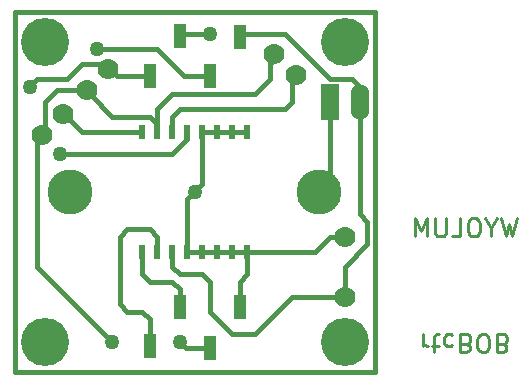
<source format=gbl>
G04 (created by PCBNEW-RS274X (2010-05-05 BZR 2356)-stable) date 12/22/10 19:34:27*
G01*
G70*
G90*
%MOIN*%
G04 Gerber Fmt 3.4, Leading zero omitted, Abs format*
%FSLAX34Y34*%
G04 APERTURE LIST*
%ADD10C,0.005000*%
%ADD11C,0.015000*%
%ADD12C,0.010000*%
%ADD13C,0.150000*%
%ADD14R,0.040000X0.080000*%
%ADD15C,0.070000*%
%ADD16R,0.060000X0.120000*%
%ADD17O,0.060000X0.120000*%
%ADD18C,0.160000*%
%ADD19R,0.020000X0.045000*%
%ADD20C,0.050000*%
G04 APERTURE END LIST*
G54D10*
G54D11*
X10000Y-22000D02*
X10000Y-10000D01*
X22000Y-22000D02*
X10000Y-22000D01*
X22000Y-10000D02*
X22000Y-22000D01*
X10000Y-10000D02*
X22000Y-10000D01*
G54D12*
X23615Y-20757D02*
X23615Y-21157D01*
X23615Y-21043D02*
X23643Y-21100D01*
X23672Y-21129D01*
X23729Y-21157D01*
X23786Y-21157D01*
X23900Y-21157D02*
X24129Y-21157D01*
X23986Y-21357D02*
X23986Y-20843D01*
X24014Y-20786D01*
X24072Y-20757D01*
X24129Y-20757D01*
X24586Y-20786D02*
X24529Y-20757D01*
X24415Y-20757D01*
X24357Y-20786D01*
X24329Y-20814D01*
X24300Y-20871D01*
X24300Y-21043D01*
X24329Y-21100D01*
X24357Y-21129D01*
X24415Y-21157D01*
X24529Y-21157D01*
X24586Y-21129D01*
X25043Y-21071D02*
X25129Y-21043D01*
X25157Y-21014D01*
X25186Y-20957D01*
X25186Y-20871D01*
X25157Y-20814D01*
X25129Y-20786D01*
X25071Y-20757D01*
X24843Y-20757D01*
X24843Y-21357D01*
X25043Y-21357D01*
X25100Y-21329D01*
X25129Y-21300D01*
X25157Y-21243D01*
X25157Y-21186D01*
X25129Y-21129D01*
X25100Y-21100D01*
X25043Y-21071D01*
X24843Y-21071D01*
X25557Y-21357D02*
X25671Y-21357D01*
X25729Y-21329D01*
X25786Y-21271D01*
X25814Y-21157D01*
X25814Y-20957D01*
X25786Y-20843D01*
X25729Y-20786D01*
X25671Y-20757D01*
X25557Y-20757D01*
X25500Y-20786D01*
X25443Y-20843D01*
X25414Y-20957D01*
X25414Y-21157D01*
X25443Y-21271D01*
X25500Y-21329D01*
X25557Y-21357D01*
X26272Y-21071D02*
X26358Y-21043D01*
X26386Y-21014D01*
X26415Y-20957D01*
X26415Y-20871D01*
X26386Y-20814D01*
X26358Y-20786D01*
X26300Y-20757D01*
X26072Y-20757D01*
X26072Y-21357D01*
X26272Y-21357D01*
X26329Y-21329D01*
X26358Y-21300D01*
X26386Y-21243D01*
X26386Y-21186D01*
X26358Y-21129D01*
X26329Y-21100D01*
X26272Y-21071D01*
X26072Y-21071D01*
X26729Y-16893D02*
X26586Y-17493D01*
X26472Y-17064D01*
X26358Y-17493D01*
X26215Y-16893D01*
X25872Y-17207D02*
X25872Y-17493D01*
X26072Y-16893D02*
X25872Y-17207D01*
X25672Y-16893D01*
X25358Y-16893D02*
X25244Y-16893D01*
X25186Y-16921D01*
X25129Y-16979D01*
X25101Y-17093D01*
X25101Y-17293D01*
X25129Y-17407D01*
X25186Y-17464D01*
X25244Y-17493D01*
X25358Y-17493D01*
X25415Y-17464D01*
X25472Y-17407D01*
X25501Y-17293D01*
X25501Y-17093D01*
X25472Y-16979D01*
X25415Y-16921D01*
X25358Y-16893D01*
X24557Y-17493D02*
X24843Y-17493D01*
X24843Y-16893D01*
X24357Y-16893D02*
X24357Y-17379D01*
X24329Y-17436D01*
X24300Y-17464D01*
X24243Y-17493D01*
X24129Y-17493D01*
X24071Y-17464D01*
X24043Y-17436D01*
X24014Y-17379D01*
X24014Y-16893D01*
X23728Y-17493D02*
X23728Y-16893D01*
X23528Y-17321D01*
X23328Y-16893D01*
X23328Y-17493D01*
G54D13*
X20150Y-16000D03*
X11850Y-16000D03*
G54D14*
X14500Y-21150D03*
X15500Y-19850D03*
X16500Y-21200D03*
X17500Y-19850D03*
X17500Y-10850D03*
X16500Y-12150D03*
X15500Y-10800D03*
X14500Y-12150D03*
G54D15*
X21000Y-19500D03*
X21000Y-17500D03*
G54D16*
X20500Y-13000D03*
G54D17*
X21500Y-13000D03*
G54D15*
X18646Y-11396D03*
X19354Y-12104D03*
X12396Y-12604D03*
X13104Y-11896D03*
X10896Y-14104D03*
X11604Y-13396D03*
G54D18*
X21000Y-21000D03*
X11000Y-21000D03*
X11000Y-11000D03*
X21000Y-11000D03*
G54D19*
X14250Y-14000D03*
X14750Y-14000D03*
X15250Y-14000D03*
X15750Y-14000D03*
X16250Y-14000D03*
X16750Y-14000D03*
X17250Y-14000D03*
X17750Y-14000D03*
X17750Y-18000D03*
X17250Y-18000D03*
X16750Y-18000D03*
X16250Y-18000D03*
X15750Y-18000D03*
X15250Y-18000D03*
X14750Y-18000D03*
X14250Y-18000D03*
G54D20*
X12750Y-11250D03*
X10500Y-12500D03*
X11500Y-14750D03*
X16500Y-10750D03*
X13250Y-21000D03*
X15500Y-21000D03*
X16000Y-16000D03*
G54D11*
X12250Y-14000D02*
X11750Y-13500D01*
X15650Y-12150D02*
X14750Y-11250D01*
X13000Y-11250D02*
X12750Y-11250D01*
X14750Y-11250D02*
X13000Y-11250D01*
X16500Y-12150D02*
X15650Y-12150D01*
X14250Y-14000D02*
X12250Y-14000D01*
X11750Y-13500D02*
X11604Y-13396D01*
X21000Y-18500D02*
X21000Y-19500D01*
X21500Y-13000D02*
X21500Y-12500D01*
X21750Y-17000D02*
X21500Y-16750D01*
X17250Y-20750D02*
X16500Y-20000D01*
X21500Y-16750D02*
X21500Y-16500D01*
X17500Y-10750D02*
X17500Y-10850D01*
X19000Y-10750D02*
X17500Y-10750D01*
X19500Y-11250D02*
X19000Y-10750D01*
X19500Y-11250D02*
X19500Y-11250D01*
X20500Y-12250D02*
X19500Y-11250D01*
X21250Y-12250D02*
X20500Y-12250D01*
X21500Y-12500D02*
X21250Y-12250D01*
X21500Y-13000D02*
X21500Y-16500D01*
X21750Y-17000D02*
X21750Y-17750D01*
X21000Y-19500D02*
X19250Y-19500D01*
X15250Y-18500D02*
X15250Y-18000D01*
X15500Y-18750D02*
X15250Y-18500D01*
X16250Y-18750D02*
X15500Y-18750D01*
X16500Y-19000D02*
X16250Y-18750D01*
X16500Y-20000D02*
X16500Y-19000D01*
X21750Y-17750D02*
X21000Y-18500D01*
X18000Y-20750D02*
X17250Y-20750D01*
X19250Y-19500D02*
X18000Y-20750D01*
X12250Y-11750D02*
X13000Y-11750D01*
X15750Y-14000D02*
X15750Y-14250D01*
X13000Y-11750D02*
X13104Y-11896D01*
X10750Y-12250D02*
X11750Y-12250D01*
X10500Y-12500D02*
X10750Y-12250D01*
X11750Y-12250D02*
X12250Y-11750D01*
X15250Y-14750D02*
X11500Y-14750D01*
X15750Y-14250D02*
X15250Y-14750D01*
X14500Y-12150D02*
X13400Y-12150D01*
X13250Y-12000D02*
X13104Y-11896D01*
X13400Y-12150D02*
X13250Y-12000D01*
X14500Y-19000D02*
X15250Y-19000D01*
X15500Y-19250D02*
X15500Y-20000D01*
X15500Y-20000D02*
X15500Y-19850D01*
X14250Y-18000D02*
X14250Y-18750D01*
X14250Y-18750D02*
X14500Y-19000D01*
X15250Y-19000D02*
X15500Y-19250D01*
X13750Y-20000D02*
X13500Y-19750D01*
X14000Y-20000D02*
X13750Y-20000D01*
X14750Y-17750D02*
X14750Y-17500D01*
X14750Y-18000D02*
X14750Y-17750D01*
X13750Y-17250D02*
X13500Y-17500D01*
X14500Y-17250D02*
X13750Y-17250D01*
X14750Y-17500D02*
X14500Y-17250D01*
X13500Y-17500D02*
X13500Y-19750D01*
X14500Y-21000D02*
X14500Y-21150D01*
X14500Y-20250D02*
X14500Y-21000D01*
X14250Y-20000D02*
X14500Y-20250D01*
X14000Y-20000D02*
X14250Y-20000D01*
X19250Y-12250D02*
X19354Y-12104D01*
X15250Y-14000D02*
X15250Y-13500D01*
X19000Y-13250D02*
X19250Y-13000D01*
X15500Y-13250D02*
X19000Y-13250D01*
X15250Y-13500D02*
X15500Y-13250D01*
X19250Y-13000D02*
X19250Y-12250D01*
X16500Y-10750D02*
X15500Y-10750D01*
X15500Y-10750D02*
X15500Y-10800D01*
X11000Y-13000D02*
X11000Y-14000D01*
X11000Y-14000D02*
X10896Y-14104D01*
X12396Y-12604D02*
X11396Y-12604D01*
X18500Y-11750D02*
X18750Y-11500D01*
X11396Y-12604D02*
X11000Y-13000D01*
X10750Y-14250D02*
X10896Y-14104D01*
X18000Y-12750D02*
X18500Y-12250D01*
X18750Y-11500D02*
X18646Y-11396D01*
X14750Y-14000D02*
X14750Y-13250D01*
X18500Y-12250D02*
X18500Y-11750D01*
X10750Y-18500D02*
X10750Y-14250D01*
X15250Y-12750D02*
X18000Y-12750D01*
X14750Y-13250D02*
X15250Y-12750D01*
X10750Y-18500D02*
X13250Y-21000D01*
X16500Y-21200D02*
X15700Y-21200D01*
X10750Y-14250D02*
X10896Y-14104D01*
X15700Y-21200D02*
X15500Y-21000D01*
X14750Y-14000D02*
X14750Y-13750D01*
X12500Y-12750D02*
X12396Y-12604D01*
X13250Y-13500D02*
X12500Y-12750D01*
X14500Y-13500D02*
X13250Y-13500D01*
X14750Y-13750D02*
X14500Y-13500D01*
X17250Y-14000D02*
X17750Y-14000D01*
X16250Y-15750D02*
X16000Y-16000D01*
X16250Y-14000D02*
X16750Y-14000D01*
X16250Y-14000D02*
X16250Y-15750D01*
X16750Y-14000D02*
X17250Y-14000D01*
X15750Y-16250D02*
X15750Y-18000D01*
X20000Y-18000D02*
X17750Y-18000D01*
X20500Y-17500D02*
X20000Y-18000D01*
X17750Y-18000D02*
X17750Y-18750D01*
X17500Y-19750D02*
X17500Y-19850D01*
X17500Y-19000D02*
X17500Y-19750D01*
X17750Y-18750D02*
X17500Y-19000D01*
X15750Y-16250D02*
X16000Y-16000D01*
X21000Y-17500D02*
X20500Y-17500D01*
X17250Y-18000D02*
X17750Y-18000D01*
X16750Y-18000D02*
X17250Y-18000D01*
X16250Y-18000D02*
X16750Y-18000D01*
X15750Y-18000D02*
X16250Y-18000D01*
X20500Y-15750D02*
X20250Y-16000D01*
X20500Y-13000D02*
X20500Y-15750D01*
X20250Y-16000D02*
X20150Y-16000D01*
M02*

</source>
